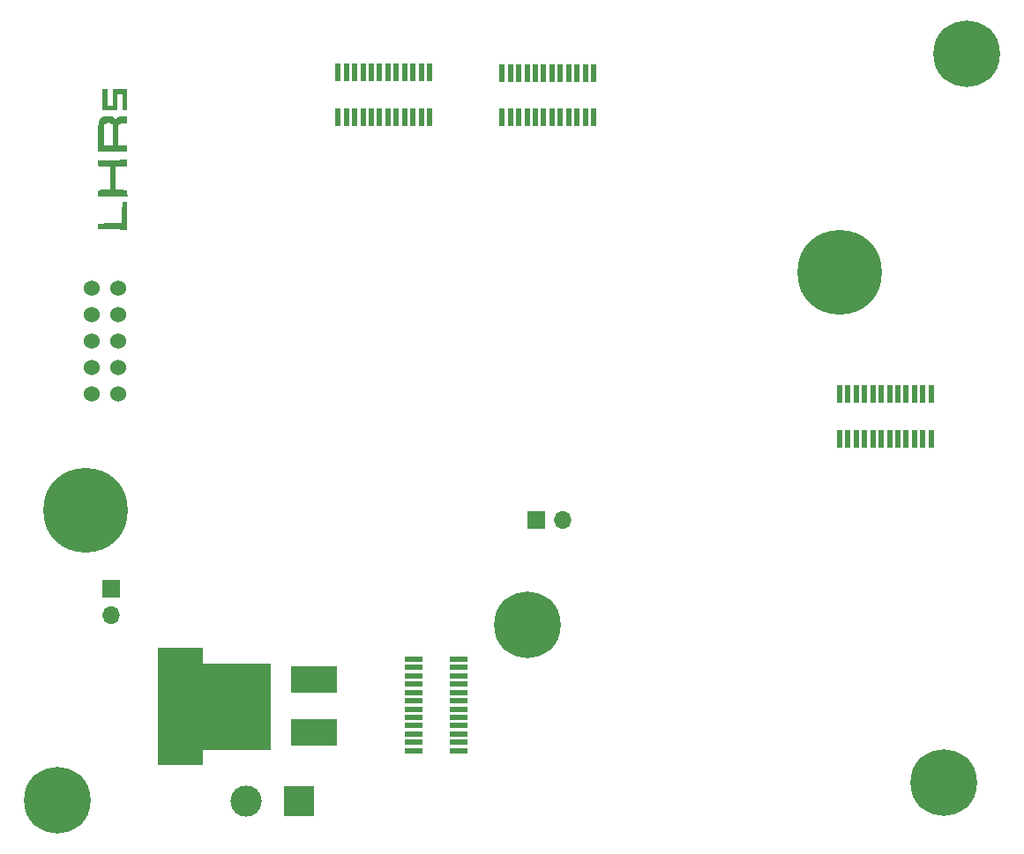
<source format=gbr>
%TF.GenerationSoftware,KiCad,Pcbnew,9.0.0*%
%TF.CreationDate,2026-01-14T19:04:19-06:00*%
%TF.ProjectId,SuppChargerTester,53757070-4368-4617-9267-657254657374,rev?*%
%TF.SameCoordinates,Original*%
%TF.FileFunction,Soldermask,Top*%
%TF.FilePolarity,Negative*%
%FSLAX46Y46*%
G04 Gerber Fmt 4.6, Leading zero omitted, Abs format (unit mm)*
G04 Created by KiCad (PCBNEW 9.0.0) date 2026-01-14 19:04:19*
%MOMM*%
%LPD*%
G01*
G04 APERTURE LIST*
G04 Aperture macros list*
%AMRoundRect*
0 Rectangle with rounded corners*
0 $1 Rounding radius*
0 $2 $3 $4 $5 $6 $7 $8 $9 X,Y pos of 4 corners*
0 Add a 4 corners polygon primitive as box body*
4,1,4,$2,$3,$4,$5,$6,$7,$8,$9,$2,$3,0*
0 Add four circle primitives for the rounded corners*
1,1,$1+$1,$2,$3*
1,1,$1+$1,$4,$5*
1,1,$1+$1,$6,$7*
1,1,$1+$1,$8,$9*
0 Add four rect primitives between the rounded corners*
20,1,$1+$1,$2,$3,$4,$5,0*
20,1,$1+$1,$4,$5,$6,$7,0*
20,1,$1+$1,$6,$7,$8,$9,0*
20,1,$1+$1,$8,$9,$2,$3,0*%
G04 Aperture macros list end*
%ADD10C,0.000000*%
%ADD11C,0.010000*%
%ADD12C,8.115000*%
%ADD13R,0.550000X1.800000*%
%ADD14C,3.600000*%
%ADD15C,6.400000*%
%ADD16RoundRect,0.102000X2.115000X1.200000X-2.115000X1.200000X-2.115000X-1.200000X2.115000X-1.200000X0*%
%ADD17R,1.700000X1.700000*%
%ADD18O,1.700000X1.700000*%
%ADD19C,1.524000*%
%ADD20R,3.000000X3.000000*%
%ADD21C,3.000000*%
%ADD22R,1.800000X0.550000*%
G04 APERTURE END LIST*
D10*
%TO.C,LOGO2*%
G36*
X172469610Y-84189405D02*
G01*
X172469610Y-85525718D01*
X171071098Y-85512322D01*
X169672586Y-85498925D01*
X169672586Y-85221743D01*
X169672586Y-84944560D01*
X170806515Y-84919362D01*
X171940443Y-84894163D01*
X171954086Y-83873628D01*
X171967729Y-82853092D01*
X172218669Y-82853092D01*
X172469610Y-82853092D01*
X172469610Y-84189405D01*
G37*
G36*
X170546594Y-72835434D02*
G01*
X170546594Y-73616585D01*
X170798578Y-73616585D01*
X171050562Y-73616585D01*
X171050562Y-72835434D01*
X171050562Y-72054283D01*
X171756118Y-72054283D01*
X172461673Y-72054283D01*
X172461673Y-73062220D01*
X172461673Y-74070156D01*
X172234888Y-74070156D01*
X172008102Y-74070156D01*
X172008102Y-73289005D01*
X172008102Y-72507855D01*
X171756118Y-72507855D01*
X171504134Y-72507855D01*
X171504134Y-73289005D01*
X171504134Y-74070156D01*
X170798578Y-74070156D01*
X170093023Y-74070156D01*
X170093023Y-73062220D01*
X170093023Y-72054283D01*
X170319808Y-72054283D01*
X170546594Y-72054283D01*
X170546594Y-72835434D01*
G37*
G36*
X172469610Y-79146478D02*
G01*
X172469610Y-79473204D01*
X171902646Y-79487453D01*
X171335681Y-79501703D01*
X171322104Y-80596174D01*
X171308526Y-81690646D01*
X171876469Y-81704905D01*
X172444411Y-81719163D01*
X172459436Y-82034945D01*
X172474461Y-82350727D01*
X171073524Y-82337326D01*
X169672586Y-82323925D01*
X169657635Y-82067465D01*
X169662471Y-81868366D01*
X169705030Y-81759793D01*
X169710854Y-81754428D01*
X169788183Y-81728881D01*
X169940853Y-81706105D01*
X170143411Y-81689280D01*
X170280171Y-81683309D01*
X170781316Y-81668767D01*
X170781316Y-80585235D01*
X170781316Y-79501703D01*
X170240084Y-79487404D01*
X169982165Y-79478095D01*
X169809389Y-79458385D01*
X169706119Y-79416375D01*
X169656715Y-79340166D01*
X169645540Y-79217858D01*
X169656480Y-79043328D01*
X169672586Y-78846544D01*
X171071098Y-78833148D01*
X172469610Y-78819752D01*
X172469610Y-79146478D01*
G37*
G36*
X170813415Y-74627968D02*
G01*
X171021958Y-74678461D01*
X171182576Y-74748734D01*
X171237770Y-74792785D01*
X171303686Y-74857026D01*
X171355992Y-74856859D01*
X171436182Y-74789868D01*
X171445995Y-74780657D01*
X171520961Y-74724593D01*
X171618385Y-74687926D01*
X171763244Y-74664840D01*
X171980515Y-74649522D01*
X172017039Y-74647718D01*
X172469610Y-74626080D01*
X172469610Y-74959824D01*
X172469610Y-75293568D01*
X172174025Y-75293568D01*
X171967323Y-75305814D01*
X171823961Y-75348258D01*
X171745652Y-75398020D01*
X171612864Y-75502471D01*
X171612864Y-76456353D01*
X171612864Y-77410235D01*
X172041237Y-77410235D01*
X172469610Y-77410235D01*
X172469610Y-77737814D01*
X172469610Y-78065394D01*
X171084657Y-78065394D01*
X170621726Y-78065394D01*
X169699705Y-78065394D01*
X169668119Y-77939548D01*
X169660336Y-77856392D01*
X169654760Y-77687351D01*
X169651513Y-77447309D01*
X169650716Y-77151152D01*
X169652490Y-76813767D01*
X169656334Y-76490639D01*
X169656919Y-76458278D01*
X170201753Y-76458278D01*
X170201753Y-77410235D01*
X170621726Y-77410235D01*
X170819263Y-77405968D01*
X170976984Y-77394614D01*
X171068622Y-77378340D01*
X171079709Y-77372437D01*
X171090809Y-77312337D01*
X171098814Y-77167912D01*
X171103371Y-76955592D01*
X171104129Y-76691811D01*
X171100736Y-76392998D01*
X171100708Y-76391437D01*
X171093617Y-76054674D01*
X171085220Y-75804191D01*
X171074014Y-75625475D01*
X171058495Y-75504015D01*
X171037161Y-75425297D01*
X171008507Y-75374807D01*
X170993703Y-75358303D01*
X170875572Y-75292961D01*
X170684107Y-75268749D01*
X170649072Y-75268370D01*
X170479739Y-75278365D01*
X170372806Y-75316746D01*
X170298094Y-75387346D01*
X170264156Y-75437436D01*
X170239211Y-75501733D01*
X170221897Y-75595342D01*
X170210857Y-75733368D01*
X170204733Y-75930916D01*
X170202164Y-76203092D01*
X170201753Y-76458278D01*
X169656919Y-76458278D01*
X169664803Y-76022431D01*
X169677479Y-75644501D01*
X169698466Y-75346333D01*
X169731867Y-75117412D01*
X169781788Y-74947222D01*
X169852331Y-74825248D01*
X169947602Y-74740974D01*
X170071704Y-74683884D01*
X170228742Y-74643463D01*
X170388466Y-74614804D01*
X170590924Y-74604375D01*
X170813415Y-74627968D01*
G37*
D11*
%TO.C,R1*%
X179630000Y-127190000D02*
X186130000Y-127190000D01*
X186130000Y-135390000D01*
X179630000Y-135390000D01*
X179630000Y-136890000D01*
X175410000Y-136890000D01*
X175410000Y-125690000D01*
X179630000Y-125690000D01*
X179630000Y-127190000D01*
G36*
X179630000Y-127190000D02*
G01*
X186130000Y-127190000D01*
X186130000Y-135390000D01*
X179630000Y-135390000D01*
X179630000Y-136890000D01*
X175410000Y-136890000D01*
X175410000Y-125690000D01*
X179630000Y-125690000D01*
X179630000Y-127190000D01*
G37*
%TD*%
D12*
%TO.C,J1*%
X240800000Y-89650000D03*
%TD*%
D13*
%TO.C,U3*%
X208433911Y-74760002D03*
X208433910Y-70460061D03*
X209233910Y-74760061D03*
X209233910Y-70460000D03*
X210033910Y-74760061D03*
X210033911Y-70460000D03*
X210833910Y-74760061D03*
X210833909Y-70460000D03*
X211633910Y-74760061D03*
X211633910Y-70460000D03*
X212433910Y-74760061D03*
X212433908Y-70460000D03*
X213233910Y-74760061D03*
X213233909Y-70460000D03*
X214033910Y-74760061D03*
X214033910Y-70460000D03*
X214833909Y-74760002D03*
X214833909Y-70460000D03*
X215633909Y-74760002D03*
X215633909Y-70460000D03*
X216433908Y-74760002D03*
X216433908Y-70460000D03*
X217233909Y-74760002D03*
X217233909Y-70460000D03*
X192679933Y-74710002D03*
X192679933Y-70410000D03*
X193479932Y-74710002D03*
X193479932Y-70410000D03*
X194279933Y-74710002D03*
X194279933Y-70410000D03*
X195079931Y-74710002D03*
X195079931Y-70410000D03*
X195879932Y-74710002D03*
X195879932Y-70410000D03*
X196679930Y-74710002D03*
X196679930Y-70410000D03*
X197479931Y-74710002D03*
X197479931Y-70410000D03*
X198279932Y-74710002D03*
X198279932Y-70410000D03*
X199079931Y-74710002D03*
X199079931Y-70410000D03*
X199879931Y-74710002D03*
X199879931Y-70410000D03*
X200679930Y-74710002D03*
X200679930Y-70410000D03*
X201479931Y-74710002D03*
X201479931Y-70410000D03*
%TD*%
D14*
%TO.C,H1*%
X165780000Y-140350000D03*
D15*
X165780000Y-140350000D03*
%TD*%
D14*
%TO.C,H2*%
X253050000Y-68610000D03*
D15*
X253050000Y-68610000D03*
%TD*%
D16*
%TO.C,R1*%
X190395000Y-133830000D03*
X190395000Y-128750000D03*
%TD*%
D17*
%TO.C,J4*%
X211750000Y-113440000D03*
D18*
X214290000Y-113440000D03*
%TD*%
D19*
%TO.C,J3*%
X171620000Y-91180000D03*
X169080000Y-91180000D03*
X171620000Y-93720000D03*
X169080000Y-93720000D03*
X171620000Y-96260000D03*
X169080000Y-96260000D03*
X171620000Y-98800000D03*
X169080000Y-98800000D03*
X171620000Y-101340000D03*
X169080000Y-101340000D03*
%TD*%
D17*
%TO.C,J5*%
X170930000Y-120010000D03*
D18*
X170930000Y-122550000D03*
%TD*%
D12*
%TO.C,J2*%
X168483809Y-112500000D03*
%TD*%
D20*
%TO.C,J6*%
X188900000Y-140400000D03*
D21*
X183900000Y-140400000D03*
%TD*%
D22*
%TO.C,U1*%
X204230000Y-135580000D03*
X199930000Y-135580000D03*
X204230000Y-134780000D03*
X199930000Y-134780000D03*
X204230000Y-133980000D03*
X199930000Y-133980000D03*
X204230000Y-133180000D03*
X199930000Y-133180000D03*
X204230000Y-132380000D03*
X199930000Y-132380000D03*
X204230000Y-131580000D03*
X199930000Y-131580000D03*
X204230000Y-130780000D03*
X199930000Y-130780000D03*
X204230000Y-129980000D03*
X199930000Y-129980000D03*
X204230000Y-129180000D03*
X199930000Y-129180000D03*
X204230000Y-128380000D03*
X199930000Y-128380000D03*
X204230000Y-127580000D03*
X199930000Y-127580000D03*
X204230000Y-126780000D03*
X199930000Y-126780000D03*
D13*
X249630000Y-101330000D03*
X249630000Y-105630000D03*
X248830000Y-101330000D03*
X248830000Y-105630000D03*
X248030000Y-101330000D03*
X248030000Y-105630000D03*
X247230000Y-101330000D03*
X247230000Y-105630000D03*
X246430000Y-101330000D03*
X246430000Y-105630000D03*
X245630000Y-101330000D03*
X245630000Y-105630000D03*
X244830000Y-101330000D03*
X244830000Y-105630000D03*
X244030000Y-101330000D03*
X244030000Y-105630000D03*
X243230000Y-101330000D03*
X243230000Y-105630000D03*
X242430000Y-101330000D03*
X242430000Y-105630000D03*
X241630000Y-101330000D03*
X241630000Y-105630000D03*
X240830000Y-101330000D03*
X240830000Y-105630000D03*
D14*
X210830000Y-123480000D03*
D15*
X210830000Y-123480000D03*
D14*
X250830000Y-138680000D03*
D15*
X250830000Y-138680000D03*
%TD*%
M02*

</source>
